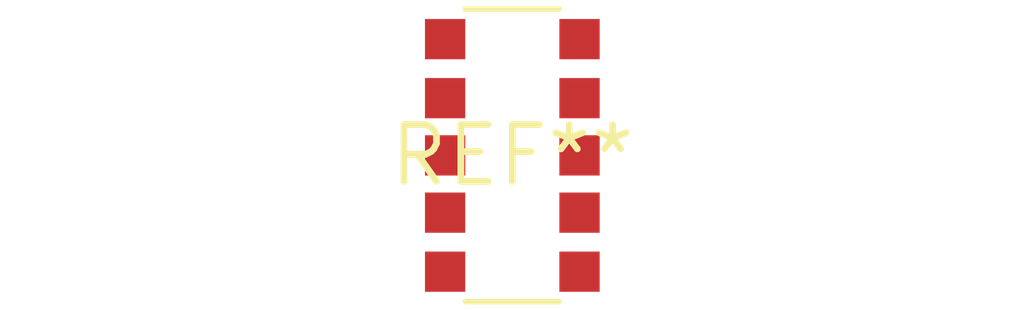
<source format=kicad_pcb>
(kicad_pcb (version 20240108) (generator pcbnew)
  (layers (0 "F.Cu" signal) (31 "B.Cu" signal) (34 "B.Paste" user) (35 "F.Paste" user) (36 "B.SilkS" user "B.Silkscreen") (37 "F.SilkS" user "F.Silkscreen") (38 "B.Mask" user) (39 "F.Mask" user) (44 "Edge.Cuts" user))
  (net 0 "")
  (footprint "R_Array_Convex_5x1206" (layer "F.Cu") (at 0 0)
    (property "Reference" "REF**")
    (property "Value" "R_Array_Convex_5x1206")
    (fp_line (start 1.05 -3.27) (end -1.05 -3.27) (layer "F.SilkS") (stroke (width 0.12)))
    (fp_line (start 1.05 3.27) (end -1.05 3.27) (layer "F.SilkS") (stroke (width 0.12)))
    (pad "1" smd rect (at -1.5 -2.6) (size 0.9 0.9) (layers "F.Cu" "F.Paste" "F.Mask"))
    (pad "2" smd rect (at -1.5 -1.28) (size 0.9 0.9) (layers "F.Cu" "F.Paste" "F.Mask"))
    (pad "3" smd rect (at -1.5 0) (size 0.9 0.9) (layers "F.Cu" "F.Paste" "F.Mask"))
    (pad "4" smd rect (at -1.5 1.28) (size 0.9 0.9) (layers "F.Cu" "F.Paste" "F.Mask"))
    (pad "5" smd rect (at -1.5 2.6) (size 0.9 0.9) (layers "F.Cu" "F.Paste" "F.Mask"))
    (pad "6" smd rect (at 1.5 2.6) (size 0.9 0.9) (layers "F.Cu" "F.Paste" "F.Mask"))
    (pad "7" smd rect (at 1.5 1.28) (size 0.9 0.9) (layers "F.Cu" "F.Paste" "F.Mask"))
    (pad "8" smd rect (at 1.5 0) (size 0.9 0.9) (layers "F.Cu" "F.Paste" "F.Mask"))
    (pad "9" smd rect (at 1.5 -1.28) (size 0.9 0.9) (layers "F.Cu" "F.Paste" "F.Mask"))
    (pad "10" smd rect (at 1.5 -2.6) (size 0.9 0.9) (layers "F.Cu" "F.Paste" "F.Mask"))
  )
)
</source>
